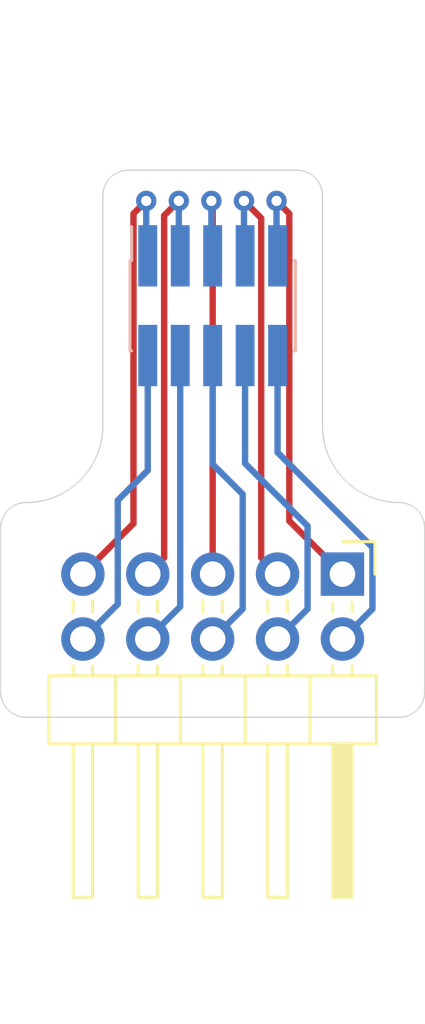
<source format=kicad_pcb>
(kicad_pcb (version 20171130) (host pcbnew "(5.1.4)-1")

  (general
    (thickness 1.6)
    (drawings 14)
    (tracks 49)
    (zones 0)
    (modules 2)
    (nets 11)
  )

  (page A4)
  (layers
    (0 F.Cu signal)
    (31 B.Cu signal)
    (32 B.Adhes user)
    (33 F.Adhes user)
    (34 B.Paste user)
    (35 F.Paste user)
    (36 B.SilkS user)
    (37 F.SilkS user)
    (38 B.Mask user)
    (39 F.Mask user)
    (40 Dwgs.User user)
    (41 Cmts.User user)
    (42 Eco1.User user)
    (43 Eco2.User user)
    (44 Edge.Cuts user)
    (45 Margin user)
    (46 B.CrtYd user)
    (47 F.CrtYd user)
    (48 B.Fab user)
    (49 F.Fab user)
  )

  (setup
    (last_trace_width 0.25)
    (trace_clearance 0.2)
    (zone_clearance 0.508)
    (zone_45_only no)
    (trace_min 0.2)
    (via_size 0.8)
    (via_drill 0.4)
    (via_min_size 0.4)
    (via_min_drill 0.3)
    (uvia_size 0.3)
    (uvia_drill 0.1)
    (uvias_allowed no)
    (uvia_min_size 0.2)
    (uvia_min_drill 0.1)
    (edge_width 0.05)
    (segment_width 0.2)
    (pcb_text_width 0.3)
    (pcb_text_size 1.5 1.5)
    (mod_edge_width 0.12)
    (mod_text_size 1 1)
    (mod_text_width 0.15)
    (pad_size 1.524 1.524)
    (pad_drill 0.762)
    (pad_to_mask_clearance 0.051)
    (solder_mask_min_width 0.25)
    (aux_axis_origin 0 0)
    (visible_elements 7FFFFFFF)
    (pcbplotparams
      (layerselection 0x010fc_ffffffff)
      (usegerberextensions false)
      (usegerberattributes false)
      (usegerberadvancedattributes false)
      (creategerberjobfile false)
      (excludeedgelayer true)
      (linewidth 0.100000)
      (plotframeref false)
      (viasonmask false)
      (mode 1)
      (useauxorigin false)
      (hpglpennumber 1)
      (hpglpenspeed 20)
      (hpglpendiameter 15.000000)
      (psnegative false)
      (psa4output false)
      (plotreference true)
      (plotvalue true)
      (plotinvisibletext false)
      (padsonsilk false)
      (subtractmaskfromsilk false)
      (outputformat 1)
      (mirror false)
      (drillshape 0)
      (scaleselection 1)
      (outputdirectory "Gerbers/"))
  )

  (net 0 "")
  (net 1 "Net-(J1-Pad10)")
  (net 2 "Net-(J1-Pad9)")
  (net 3 "Net-(J1-Pad8)")
  (net 4 "Net-(J1-Pad7)")
  (net 5 "Net-(J1-Pad6)")
  (net 6 "Net-(J1-Pad5)")
  (net 7 "Net-(J1-Pad4)")
  (net 8 "Net-(J1-Pad3)")
  (net 9 "Net-(J1-Pad2)")
  (net 10 "Net-(J1-Pad1)")

  (net_class Default "This is the default net class."
    (clearance 0.2)
    (trace_width 0.25)
    (via_dia 0.8)
    (via_drill 0.4)
    (uvia_dia 0.3)
    (uvia_drill 0.1)
    (add_net "Net-(J1-Pad1)")
    (add_net "Net-(J1-Pad10)")
    (add_net "Net-(J1-Pad2)")
    (add_net "Net-(J1-Pad3)")
    (add_net "Net-(J1-Pad4)")
    (add_net "Net-(J1-Pad5)")
    (add_net "Net-(J1-Pad6)")
    (add_net "Net-(J1-Pad7)")
    (add_net "Net-(J1-Pad8)")
    (add_net "Net-(J1-Pad9)")
  )

  (module Connector_PinHeader_2.54mm:PinHeader_2x05_P2.54mm_Horizontal (layer F.Cu) (tedit 59FED5CB) (tstamp 5E828EB5)
    (at 119.58 95.1 270)
    (descr "Through hole angled pin header, 2x05, 2.54mm pitch, 6mm pin length, double rows")
    (tags "Through hole angled pin header THT 2x05 2.54mm double row")
    (path /5E822A2C)
    (fp_text reference J2 (at 5.655 -2.27 90) (layer F.SilkS) hide
      (effects (font (size 1 1) (thickness 0.15)))
    )
    (fp_text value Conn_02x05_Counter_Clockwise (at 5.655 12.43 90) (layer F.Fab)
      (effects (font (size 1 1) (thickness 0.15)))
    )
    (fp_text user %R (at 5.31 5.08) (layer F.Fab)
      (effects (font (size 1 1) (thickness 0.15)))
    )
    (fp_line (start 13.1 -1.8) (end -1.8 -1.8) (layer F.CrtYd) (width 0.05))
    (fp_line (start 13.1 11.95) (end 13.1 -1.8) (layer F.CrtYd) (width 0.05))
    (fp_line (start -1.8 11.95) (end 13.1 11.95) (layer F.CrtYd) (width 0.05))
    (fp_line (start -1.8 -1.8) (end -1.8 11.95) (layer F.CrtYd) (width 0.05))
    (fp_line (start -1.27 -1.27) (end 0 -1.27) (layer F.SilkS) (width 0.12))
    (fp_line (start -1.27 0) (end -1.27 -1.27) (layer F.SilkS) (width 0.12))
    (fp_line (start 1.042929 10.54) (end 1.497071 10.54) (layer F.SilkS) (width 0.12))
    (fp_line (start 1.042929 9.78) (end 1.497071 9.78) (layer F.SilkS) (width 0.12))
    (fp_line (start 3.582929 10.54) (end 3.98 10.54) (layer F.SilkS) (width 0.12))
    (fp_line (start 3.582929 9.78) (end 3.98 9.78) (layer F.SilkS) (width 0.12))
    (fp_line (start 12.64 10.54) (end 6.64 10.54) (layer F.SilkS) (width 0.12))
    (fp_line (start 12.64 9.78) (end 12.64 10.54) (layer F.SilkS) (width 0.12))
    (fp_line (start 6.64 9.78) (end 12.64 9.78) (layer F.SilkS) (width 0.12))
    (fp_line (start 3.98 8.89) (end 6.64 8.89) (layer F.SilkS) (width 0.12))
    (fp_line (start 1.042929 8) (end 1.497071 8) (layer F.SilkS) (width 0.12))
    (fp_line (start 1.042929 7.24) (end 1.497071 7.24) (layer F.SilkS) (width 0.12))
    (fp_line (start 3.582929 8) (end 3.98 8) (layer F.SilkS) (width 0.12))
    (fp_line (start 3.582929 7.24) (end 3.98 7.24) (layer F.SilkS) (width 0.12))
    (fp_line (start 12.64 8) (end 6.64 8) (layer F.SilkS) (width 0.12))
    (fp_line (start 12.64 7.24) (end 12.64 8) (layer F.SilkS) (width 0.12))
    (fp_line (start 6.64 7.24) (end 12.64 7.24) (layer F.SilkS) (width 0.12))
    (fp_line (start 3.98 6.35) (end 6.64 6.35) (layer F.SilkS) (width 0.12))
    (fp_line (start 1.042929 5.46) (end 1.497071 5.46) (layer F.SilkS) (width 0.12))
    (fp_line (start 1.042929 4.7) (end 1.497071 4.7) (layer F.SilkS) (width 0.12))
    (fp_line (start 3.582929 5.46) (end 3.98 5.46) (layer F.SilkS) (width 0.12))
    (fp_line (start 3.582929 4.7) (end 3.98 4.7) (layer F.SilkS) (width 0.12))
    (fp_line (start 12.64 5.46) (end 6.64 5.46) (layer F.SilkS) (width 0.12))
    (fp_line (start 12.64 4.7) (end 12.64 5.46) (layer F.SilkS) (width 0.12))
    (fp_line (start 6.64 4.7) (end 12.64 4.7) (layer F.SilkS) (width 0.12))
    (fp_line (start 3.98 3.81) (end 6.64 3.81) (layer F.SilkS) (width 0.12))
    (fp_line (start 1.042929 2.92) (end 1.497071 2.92) (layer F.SilkS) (width 0.12))
    (fp_line (start 1.042929 2.16) (end 1.497071 2.16) (layer F.SilkS) (width 0.12))
    (fp_line (start 3.582929 2.92) (end 3.98 2.92) (layer F.SilkS) (width 0.12))
    (fp_line (start 3.582929 2.16) (end 3.98 2.16) (layer F.SilkS) (width 0.12))
    (fp_line (start 12.64 2.92) (end 6.64 2.92) (layer F.SilkS) (width 0.12))
    (fp_line (start 12.64 2.16) (end 12.64 2.92) (layer F.SilkS) (width 0.12))
    (fp_line (start 6.64 2.16) (end 12.64 2.16) (layer F.SilkS) (width 0.12))
    (fp_line (start 3.98 1.27) (end 6.64 1.27) (layer F.SilkS) (width 0.12))
    (fp_line (start 1.11 0.38) (end 1.497071 0.38) (layer F.SilkS) (width 0.12))
    (fp_line (start 1.11 -0.38) (end 1.497071 -0.38) (layer F.SilkS) (width 0.12))
    (fp_line (start 3.582929 0.38) (end 3.98 0.38) (layer F.SilkS) (width 0.12))
    (fp_line (start 3.582929 -0.38) (end 3.98 -0.38) (layer F.SilkS) (width 0.12))
    (fp_line (start 6.64 0.28) (end 12.64 0.28) (layer F.SilkS) (width 0.12))
    (fp_line (start 6.64 0.16) (end 12.64 0.16) (layer F.SilkS) (width 0.12))
    (fp_line (start 6.64 0.04) (end 12.64 0.04) (layer F.SilkS) (width 0.12))
    (fp_line (start 6.64 -0.08) (end 12.64 -0.08) (layer F.SilkS) (width 0.12))
    (fp_line (start 6.64 -0.2) (end 12.64 -0.2) (layer F.SilkS) (width 0.12))
    (fp_line (start 6.64 -0.32) (end 12.64 -0.32) (layer F.SilkS) (width 0.12))
    (fp_line (start 12.64 0.38) (end 6.64 0.38) (layer F.SilkS) (width 0.12))
    (fp_line (start 12.64 -0.38) (end 12.64 0.38) (layer F.SilkS) (width 0.12))
    (fp_line (start 6.64 -0.38) (end 12.64 -0.38) (layer F.SilkS) (width 0.12))
    (fp_line (start 6.64 -1.33) (end 3.98 -1.33) (layer F.SilkS) (width 0.12))
    (fp_line (start 6.64 11.49) (end 6.64 -1.33) (layer F.SilkS) (width 0.12))
    (fp_line (start 3.98 11.49) (end 6.64 11.49) (layer F.SilkS) (width 0.12))
    (fp_line (start 3.98 -1.33) (end 3.98 11.49) (layer F.SilkS) (width 0.12))
    (fp_line (start 6.58 10.48) (end 12.58 10.48) (layer F.Fab) (width 0.1))
    (fp_line (start 12.58 9.84) (end 12.58 10.48) (layer F.Fab) (width 0.1))
    (fp_line (start 6.58 9.84) (end 12.58 9.84) (layer F.Fab) (width 0.1))
    (fp_line (start -0.32 10.48) (end 4.04 10.48) (layer F.Fab) (width 0.1))
    (fp_line (start -0.32 9.84) (end -0.32 10.48) (layer F.Fab) (width 0.1))
    (fp_line (start -0.32 9.84) (end 4.04 9.84) (layer F.Fab) (width 0.1))
    (fp_line (start 6.58 7.94) (end 12.58 7.94) (layer F.Fab) (width 0.1))
    (fp_line (start 12.58 7.3) (end 12.58 7.94) (layer F.Fab) (width 0.1))
    (fp_line (start 6.58 7.3) (end 12.58 7.3) (layer F.Fab) (width 0.1))
    (fp_line (start -0.32 7.94) (end 4.04 7.94) (layer F.Fab) (width 0.1))
    (fp_line (start -0.32 7.3) (end -0.32 7.94) (layer F.Fab) (width 0.1))
    (fp_line (start -0.32 7.3) (end 4.04 7.3) (layer F.Fab) (width 0.1))
    (fp_line (start 6.58 5.4) (end 12.58 5.4) (layer F.Fab) (width 0.1))
    (fp_line (start 12.58 4.76) (end 12.58 5.4) (layer F.Fab) (width 0.1))
    (fp_line (start 6.58 4.76) (end 12.58 4.76) (layer F.Fab) (width 0.1))
    (fp_line (start -0.32 5.4) (end 4.04 5.4) (layer F.Fab) (width 0.1))
    (fp_line (start -0.32 4.76) (end -0.32 5.4) (layer F.Fab) (width 0.1))
    (fp_line (start -0.32 4.76) (end 4.04 4.76) (layer F.Fab) (width 0.1))
    (fp_line (start 6.58 2.86) (end 12.58 2.86) (layer F.Fab) (width 0.1))
    (fp_line (start 12.58 2.22) (end 12.58 2.86) (layer F.Fab) (width 0.1))
    (fp_line (start 6.58 2.22) (end 12.58 2.22) (layer F.Fab) (width 0.1))
    (fp_line (start -0.32 2.86) (end 4.04 2.86) (layer F.Fab) (width 0.1))
    (fp_line (start -0.32 2.22) (end -0.32 2.86) (layer F.Fab) (width 0.1))
    (fp_line (start -0.32 2.22) (end 4.04 2.22) (layer F.Fab) (width 0.1))
    (fp_line (start 6.58 0.32) (end 12.58 0.32) (layer F.Fab) (width 0.1))
    (fp_line (start 12.58 -0.32) (end 12.58 0.32) (layer F.Fab) (width 0.1))
    (fp_line (start 6.58 -0.32) (end 12.58 -0.32) (layer F.Fab) (width 0.1))
    (fp_line (start -0.32 0.32) (end 4.04 0.32) (layer F.Fab) (width 0.1))
    (fp_line (start -0.32 -0.32) (end -0.32 0.32) (layer F.Fab) (width 0.1))
    (fp_line (start -0.32 -0.32) (end 4.04 -0.32) (layer F.Fab) (width 0.1))
    (fp_line (start 4.04 -0.635) (end 4.675 -1.27) (layer F.Fab) (width 0.1))
    (fp_line (start 4.04 11.43) (end 4.04 -0.635) (layer F.Fab) (width 0.1))
    (fp_line (start 6.58 11.43) (end 4.04 11.43) (layer F.Fab) (width 0.1))
    (fp_line (start 6.58 -1.27) (end 6.58 11.43) (layer F.Fab) (width 0.1))
    (fp_line (start 4.675 -1.27) (end 6.58 -1.27) (layer F.Fab) (width 0.1))
    (pad 10 thru_hole oval (at 2.54 10.16 270) (size 1.7 1.7) (drill 1) (layers *.Cu *.Mask)
      (net 9 "Net-(J1-Pad2)"))
    (pad 9 thru_hole oval (at 0 10.16 270) (size 1.7 1.7) (drill 1) (layers *.Cu *.Mask)
      (net 10 "Net-(J1-Pad1)"))
    (pad 8 thru_hole oval (at 2.54 7.62 270) (size 1.7 1.7) (drill 1) (layers *.Cu *.Mask)
      (net 7 "Net-(J1-Pad4)"))
    (pad 7 thru_hole oval (at 0 7.62 270) (size 1.7 1.7) (drill 1) (layers *.Cu *.Mask)
      (net 8 "Net-(J1-Pad3)"))
    (pad 6 thru_hole oval (at 2.54 5.08 270) (size 1.7 1.7) (drill 1) (layers *.Cu *.Mask)
      (net 5 "Net-(J1-Pad6)"))
    (pad 5 thru_hole oval (at 0 5.08 270) (size 1.7 1.7) (drill 1) (layers *.Cu *.Mask)
      (net 6 "Net-(J1-Pad5)"))
    (pad 4 thru_hole oval (at 2.54 2.54 270) (size 1.7 1.7) (drill 1) (layers *.Cu *.Mask)
      (net 3 "Net-(J1-Pad8)"))
    (pad 3 thru_hole oval (at 0 2.54 270) (size 1.7 1.7) (drill 1) (layers *.Cu *.Mask)
      (net 4 "Net-(J1-Pad7)"))
    (pad 2 thru_hole oval (at 2.54 0 270) (size 1.7 1.7) (drill 1) (layers *.Cu *.Mask)
      (net 1 "Net-(J1-Pad10)"))
    (pad 1 thru_hole rect (at 0 0 270) (size 1.7 1.7) (drill 1) (layers *.Cu *.Mask)
      (net 2 "Net-(J1-Pad9)"))
    (model ${KISYS3DMOD}/Connector_PinHeader_2.54mm.3dshapes/PinHeader_2x05_P2.54mm_Horizontal.wrl
      (at (xyz 0 0 0))
      (scale (xyz 1 1 1))
      (rotate (xyz 0 0 0))
    )
  )

  (module Connector_PinHeader_1.27mm:PinHeader_2x05_P1.27mm_Vertical_SMD (layer B.Cu) (tedit 59FED6E3) (tstamp 5E827DCA)
    (at 114.5 84.6 270)
    (descr "surface-mounted straight pin header, 2x05, 1.27mm pitch, double rows")
    (tags "Surface mounted pin header SMD 2x05 1.27mm double row")
    (path /5E823DB6)
    (attr smd)
    (fp_text reference J1 (at 0 4.235 270) (layer B.SilkS) hide
      (effects (font (size 1 1) (thickness 0.15)) (justify mirror))
    )
    (fp_text value Conn_02x05_Counter_Clockwise (at 0 -4.235 270) (layer B.Fab)
      (effects (font (size 1 1) (thickness 0.15)) (justify mirror))
    )
    (fp_text user %R (at 0 0) (layer B.Fab)
      (effects (font (size 1 1) (thickness 0.15)) (justify mirror))
    )
    (fp_line (start 4.3 3.7) (end -4.3 3.7) (layer B.CrtYd) (width 0.05))
    (fp_line (start 4.3 -3.7) (end 4.3 3.7) (layer B.CrtYd) (width 0.05))
    (fp_line (start -4.3 -3.7) (end 4.3 -3.7) (layer B.CrtYd) (width 0.05))
    (fp_line (start -4.3 3.7) (end -4.3 -3.7) (layer B.CrtYd) (width 0.05))
    (fp_line (start 1.765 -3.17) (end 1.765 -3.235) (layer B.SilkS) (width 0.12))
    (fp_line (start -1.765 -3.17) (end -1.765 -3.235) (layer B.SilkS) (width 0.12))
    (fp_line (start 1.765 3.235) (end 1.765 3.17) (layer B.SilkS) (width 0.12))
    (fp_line (start -1.765 3.235) (end -1.765 3.17) (layer B.SilkS) (width 0.12))
    (fp_line (start -3.09 3.17) (end -1.765 3.17) (layer B.SilkS) (width 0.12))
    (fp_line (start -1.765 -3.235) (end 1.765 -3.235) (layer B.SilkS) (width 0.12))
    (fp_line (start -1.765 3.235) (end 1.765 3.235) (layer B.SilkS) (width 0.12))
    (fp_line (start 2.75 -2.74) (end 1.705 -2.74) (layer B.Fab) (width 0.1))
    (fp_line (start 2.75 -2.34) (end 2.75 -2.74) (layer B.Fab) (width 0.1))
    (fp_line (start 1.705 -2.34) (end 2.75 -2.34) (layer B.Fab) (width 0.1))
    (fp_line (start -2.75 -2.74) (end -1.705 -2.74) (layer B.Fab) (width 0.1))
    (fp_line (start -2.75 -2.34) (end -2.75 -2.74) (layer B.Fab) (width 0.1))
    (fp_line (start -1.705 -2.34) (end -2.75 -2.34) (layer B.Fab) (width 0.1))
    (fp_line (start 2.75 -1.47) (end 1.705 -1.47) (layer B.Fab) (width 0.1))
    (fp_line (start 2.75 -1.07) (end 2.75 -1.47) (layer B.Fab) (width 0.1))
    (fp_line (start 1.705 -1.07) (end 2.75 -1.07) (layer B.Fab) (width 0.1))
    (fp_line (start -2.75 -1.47) (end -1.705 -1.47) (layer B.Fab) (width 0.1))
    (fp_line (start -2.75 -1.07) (end -2.75 -1.47) (layer B.Fab) (width 0.1))
    (fp_line (start -1.705 -1.07) (end -2.75 -1.07) (layer B.Fab) (width 0.1))
    (fp_line (start 2.75 -0.2) (end 1.705 -0.2) (layer B.Fab) (width 0.1))
    (fp_line (start 2.75 0.2) (end 2.75 -0.2) (layer B.Fab) (width 0.1))
    (fp_line (start 1.705 0.2) (end 2.75 0.2) (layer B.Fab) (width 0.1))
    (fp_line (start -2.75 -0.2) (end -1.705 -0.2) (layer B.Fab) (width 0.1))
    (fp_line (start -2.75 0.2) (end -2.75 -0.2) (layer B.Fab) (width 0.1))
    (fp_line (start -1.705 0.2) (end -2.75 0.2) (layer B.Fab) (width 0.1))
    (fp_line (start 2.75 1.07) (end 1.705 1.07) (layer B.Fab) (width 0.1))
    (fp_line (start 2.75 1.47) (end 2.75 1.07) (layer B.Fab) (width 0.1))
    (fp_line (start 1.705 1.47) (end 2.75 1.47) (layer B.Fab) (width 0.1))
    (fp_line (start -2.75 1.07) (end -1.705 1.07) (layer B.Fab) (width 0.1))
    (fp_line (start -2.75 1.47) (end -2.75 1.07) (layer B.Fab) (width 0.1))
    (fp_line (start -1.705 1.47) (end -2.75 1.47) (layer B.Fab) (width 0.1))
    (fp_line (start 2.75 2.34) (end 1.705 2.34) (layer B.Fab) (width 0.1))
    (fp_line (start 2.75 2.74) (end 2.75 2.34) (layer B.Fab) (width 0.1))
    (fp_line (start 1.705 2.74) (end 2.75 2.74) (layer B.Fab) (width 0.1))
    (fp_line (start -2.75 2.34) (end -1.705 2.34) (layer B.Fab) (width 0.1))
    (fp_line (start -2.75 2.74) (end -2.75 2.34) (layer B.Fab) (width 0.1))
    (fp_line (start -1.705 2.74) (end -2.75 2.74) (layer B.Fab) (width 0.1))
    (fp_line (start 1.705 3.175) (end 1.705 -3.175) (layer B.Fab) (width 0.1))
    (fp_line (start -1.705 2.74) (end -1.27 3.175) (layer B.Fab) (width 0.1))
    (fp_line (start -1.705 -3.175) (end -1.705 2.74) (layer B.Fab) (width 0.1))
    (fp_line (start -1.27 3.175) (end 1.705 3.175) (layer B.Fab) (width 0.1))
    (fp_line (start 1.705 -3.175) (end -1.705 -3.175) (layer B.Fab) (width 0.1))
    (pad 10 smd rect (at 1.95 -2.54 270) (size 2.4 0.74) (layers B.Cu B.Paste B.Mask)
      (net 1 "Net-(J1-Pad10)"))
    (pad 9 smd rect (at -1.95 -2.54 270) (size 2.4 0.74) (layers B.Cu B.Paste B.Mask)
      (net 2 "Net-(J1-Pad9)"))
    (pad 8 smd rect (at 1.95 -1.27 270) (size 2.4 0.74) (layers B.Cu B.Paste B.Mask)
      (net 3 "Net-(J1-Pad8)"))
    (pad 7 smd rect (at -1.95 -1.27 270) (size 2.4 0.74) (layers B.Cu B.Paste B.Mask)
      (net 4 "Net-(J1-Pad7)"))
    (pad 6 smd rect (at 1.95 0 270) (size 2.4 0.74) (layers B.Cu B.Paste B.Mask)
      (net 5 "Net-(J1-Pad6)"))
    (pad 5 smd rect (at -1.95 0 270) (size 2.4 0.74) (layers B.Cu B.Paste B.Mask)
      (net 6 "Net-(J1-Pad5)"))
    (pad 4 smd rect (at 1.95 1.27 270) (size 2.4 0.74) (layers B.Cu B.Paste B.Mask)
      (net 7 "Net-(J1-Pad4)"))
    (pad 3 smd rect (at -1.95 1.27 270) (size 2.4 0.74) (layers B.Cu B.Paste B.Mask)
      (net 8 "Net-(J1-Pad3)"))
    (pad 2 smd rect (at 1.95 2.54 270) (size 2.4 0.74) (layers B.Cu B.Paste B.Mask)
      (net 9 "Net-(J1-Pad2)"))
    (pad 1 smd rect (at -1.95 2.54 270) (size 2.4 0.74) (layers B.Cu B.Paste B.Mask)
      (net 10 "Net-(J1-Pad1)"))
    (model ${KISYS3DMOD}/Connector_PinHeader_1.27mm.3dshapes/PinHeader_2x05_P1.27mm_Vertical_SMD.wrl
      (at (xyz 0 0 0))
      (scale (xyz 1 1 1))
      (rotate (xyz 0 0 0))
    )
  )

  (gr_arc (start 107.2 99.7) (end 106.2 99.7) (angle -90) (layer Edge.Cuts) (width 0.05) (tstamp 5E82A486))
  (gr_arc (start 107.2 93.3) (end 106.2 93.3) (angle 90) (layer Edge.Cuts) (width 0.05) (tstamp 5E82A47B))
  (gr_arc (start 121.8 93.3) (end 121.8 92.3) (angle 90) (layer Edge.Cuts) (width 0.05) (tstamp 5E82A479))
  (gr_arc (start 117.8 80.3) (end 118.8 80.3) (angle -90) (layer Edge.Cuts) (width 0.05) (tstamp 5E82A3BE))
  (gr_arc (start 111.2 80.3) (end 111.2 79.3) (angle -90) (layer Edge.Cuts) (width 0.05) (tstamp 5E82A3BE))
  (gr_arc (start 121.8 99.7) (end 121.8 100.7) (angle -90) (layer Edge.Cuts) (width 0.05) (tstamp 5E82A3BE))
  (gr_line (start 122.8 93.3) (end 122.8 99.7) (layer Edge.Cuts) (width 0.05) (tstamp 5E829399))
  (gr_arc (start 121.8 89.3) (end 121.8 92.3) (angle 90) (layer Edge.Cuts) (width 0.05) (tstamp 5E829394))
  (gr_line (start 118.8 80.3) (end 118.8 89.3) (layer Edge.Cuts) (width 0.05) (tstamp 5E829392))
  (gr_arc (start 107.2 89.3) (end 110.2 89.3) (angle 90) (layer Edge.Cuts) (width 0.05) (tstamp 5E829372))
  (gr_line (start 106.2 93.3) (end 106.2 99.7) (layer Edge.Cuts) (width 0.05))
  (gr_line (start 110.2 80.3) (end 110.2 89.3) (layer Edge.Cuts) (width 0.05))
  (gr_line (start 111.2 79.3) (end 117.8 79.3) (layer Edge.Cuts) (width 0.05))
  (gr_line (start 107.2 100.7) (end 121.8 100.7) (layer Edge.Cuts) (width 0.05))

  (segment (start 117.04 90.34) (end 117.04 86.55) (width 0.25) (layer B.Cu) (net 1))
  (segment (start 120.755001 94.055001) (end 117.04 90.34) (width 0.25) (layer B.Cu) (net 1))
  (segment (start 119.58 97.64) (end 120.755001 96.464999) (width 0.25) (layer B.Cu) (net 1))
  (segment (start 120.755001 96.464999) (end 120.755001 94.055001) (width 0.25) (layer B.Cu) (net 1))
  (via (at 117 80.5) (size 0.8) (drill 0.4) (layers F.Cu B.Cu) (net 2))
  (segment (start 117 82.61) (end 117.04 82.65) (width 0.25) (layer B.Cu) (net 2))
  (segment (start 117 80.5) (end 117 82.61) (width 0.25) (layer B.Cu) (net 2))
  (segment (start 117.5 81) (end 117 80.5) (width 0.25) (layer F.Cu) (net 2))
  (segment (start 119.58 95.1) (end 117.5 93.02) (width 0.25) (layer F.Cu) (net 2))
  (segment (start 117.5 93.02) (end 117.5 81) (width 0.25) (layer F.Cu) (net 2))
  (segment (start 115.77 88) (end 115.77 86.55) (width 0.25) (layer B.Cu) (net 3))
  (segment (start 115.77 90.77) (end 115.77 88) (width 0.25) (layer B.Cu) (net 3))
  (segment (start 118.215001 93.215001) (end 115.77 90.77) (width 0.25) (layer B.Cu) (net 3))
  (segment (start 117.04 97.64) (end 118.215001 96.464999) (width 0.25) (layer B.Cu) (net 3))
  (segment (start 118.215001 96.464999) (end 118.215001 93.215001) (width 0.25) (layer B.Cu) (net 3))
  (via (at 115.725 80.5) (size 0.8) (drill 0.4) (layers F.Cu B.Cu) (net 4))
  (segment (start 115.725 82.605) (end 115.77 82.65) (width 0.25) (layer B.Cu) (net 4))
  (segment (start 115.725 80.5) (end 115.725 82.605) (width 0.25) (layer B.Cu) (net 4))
  (segment (start 116.4 81.175) (end 115.725 80.5) (width 0.25) (layer F.Cu) (net 4))
  (segment (start 117.04 95.1) (end 116.4 94.46) (width 0.25) (layer F.Cu) (net 4))
  (segment (start 116.4 94.46) (end 116.4 81.175) (width 0.25) (layer F.Cu) (net 4))
  (segment (start 114.5 88) (end 114.5 86.55) (width 0.25) (layer B.Cu) (net 5))
  (segment (start 114.5 90.8) (end 114.5 88) (width 0.25) (layer B.Cu) (net 5))
  (segment (start 115.675001 91.975001) (end 114.5 90.8) (width 0.25) (layer B.Cu) (net 5))
  (segment (start 114.5 97.64) (end 115.675001 96.464999) (width 0.25) (layer B.Cu) (net 5))
  (segment (start 115.675001 96.464999) (end 115.675001 91.975001) (width 0.25) (layer B.Cu) (net 5))
  (via (at 114.45 80.5) (size 0.8) (drill 0.4) (layers F.Cu B.Cu) (net 6))
  (segment (start 114.5 80.55) (end 114.45 80.5) (width 0.25) (layer F.Cu) (net 6))
  (segment (start 114.5 95.1) (end 114.5 80.55) (width 0.25) (layer F.Cu) (net 6))
  (segment (start 114.45 82.6) (end 114.5 82.65) (width 0.25) (layer B.Cu) (net 6))
  (segment (start 114.45 80.5) (end 114.45 82.6) (width 0.25) (layer B.Cu) (net 6))
  (segment (start 113.23 96.37) (end 113.23 86.55) (width 0.25) (layer B.Cu) (net 7))
  (segment (start 111.96 97.64) (end 113.23 96.37) (width 0.25) (layer B.Cu) (net 7))
  (via (at 113.175 80.5) (size 0.8) (drill 0.4) (layers F.Cu B.Cu) (net 8))
  (segment (start 113.175 82.595) (end 113.23 82.65) (width 0.25) (layer B.Cu) (net 8))
  (segment (start 113.175 80.5) (end 113.175 82.595) (width 0.25) (layer B.Cu) (net 8))
  (segment (start 112.6 81.075) (end 113.175 80.5) (width 0.25) (layer F.Cu) (net 8))
  (segment (start 111.96 95.1) (end 112.6 94.46) (width 0.25) (layer F.Cu) (net 8))
  (segment (start 112.6 94.46) (end 112.6 81.075) (width 0.25) (layer F.Cu) (net 8))
  (segment (start 111.96 91.04) (end 111.96 86.55) (width 0.25) (layer B.Cu) (net 9))
  (segment (start 110.784999 92.215001) (end 111.96 91.04) (width 0.25) (layer B.Cu) (net 9))
  (segment (start 109.42 97.64) (end 110.784999 96.275001) (width 0.25) (layer B.Cu) (net 9))
  (segment (start 110.784999 96.275001) (end 110.784999 92.215001) (width 0.25) (layer B.Cu) (net 9))
  (via (at 111.9 80.5) (size 0.8) (drill 0.4) (layers F.Cu B.Cu) (net 10))
  (segment (start 111.9 82.59) (end 111.96 82.65) (width 0.25) (layer B.Cu) (net 10))
  (segment (start 111.9 80.5) (end 111.9 82.59) (width 0.25) (layer B.Cu) (net 10))
  (segment (start 111.4 81) (end 111.9 80.5) (width 0.25) (layer F.Cu) (net 10))
  (segment (start 109.42 95.1) (end 111.4 93.12) (width 0.25) (layer F.Cu) (net 10))
  (segment (start 111.4 93.12) (end 111.4 81) (width 0.25) (layer F.Cu) (net 10))

)

</source>
